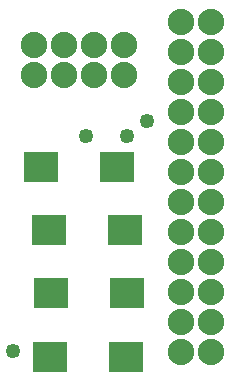
<source format=gbs>
G04 MADE WITH FRITZING*
G04 WWW.FRITZING.ORG*
G04 DOUBLE SIDED*
G04 HOLES PLATED*
G04 CONTOUR ON CENTER OF CONTOUR VECTOR*
%ASAXBY*%
%FSLAX23Y23*%
%MOIN*%
%OFA0B0*%
%SFA1.0B1.0*%
%ADD10C,0.088000*%
%ADD11C,0.049370*%
%ADD12R,0.112362X0.104488*%
%LNMASK0*%
G90*
G70*
G54D10*
X446Y1171D03*
X346Y1171D03*
X246Y1171D03*
X146Y1171D03*
X446Y1171D03*
X346Y1171D03*
X246Y1171D03*
X146Y1171D03*
X146Y1071D03*
X246Y1071D03*
X346Y1071D03*
X446Y1071D03*
X636Y1246D03*
X636Y1146D03*
X636Y1046D03*
X636Y946D03*
X636Y846D03*
X636Y746D03*
X636Y646D03*
X636Y546D03*
X636Y446D03*
X636Y346D03*
X636Y246D03*
X636Y146D03*
X636Y1246D03*
X636Y1146D03*
X636Y1046D03*
X636Y946D03*
X636Y846D03*
X636Y746D03*
X636Y646D03*
X636Y546D03*
X636Y446D03*
X636Y346D03*
X636Y246D03*
X636Y146D03*
X736Y146D03*
X736Y246D03*
X736Y346D03*
X736Y446D03*
X736Y546D03*
X736Y646D03*
X736Y746D03*
X736Y846D03*
X736Y946D03*
X736Y1046D03*
X736Y1146D03*
X736Y1246D03*
G54D11*
X522Y918D03*
X456Y865D03*
X319Y868D03*
X75Y151D03*
G54D12*
X451Y129D03*
X199Y129D03*
X454Y343D03*
X202Y343D03*
X421Y763D03*
X169Y763D03*
X448Y554D03*
X196Y554D03*
G04 End of Mask0*
M02*
</source>
